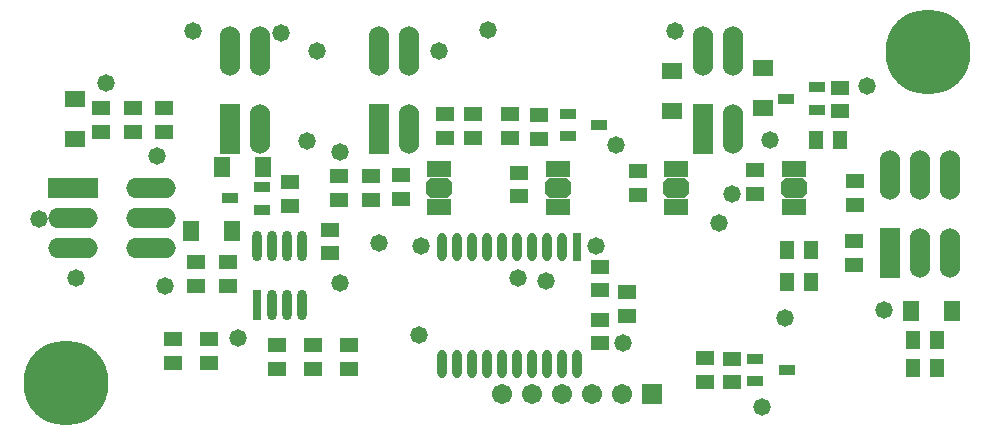
<source format=gts>
%FSLAX25Y25*%
%MOIN*%
G70*
G01*
G75*
G04 Layer_Color=8388736*
%ADD10R,0.05118X0.03937*%
%ADD11R,0.03937X0.05118*%
%ADD12R,0.04921X0.06299*%
%ADD13R,0.06299X0.04921*%
%ADD14R,0.04724X0.02559*%
%ADD15O,0.02362X0.09449*%
%ADD16R,0.02362X0.09449*%
%ADD17O,0.02362X0.08661*%
%ADD18R,0.02362X0.08661*%
%ADD19R,0.07284X0.04724*%
%ADD20O,0.15748X0.05906*%
%ADD21R,0.15748X0.05906*%
%ADD22O,0.15748X0.05906*%
%ADD23O,0.05906X0.15748*%
%ADD24R,0.05906X0.15748*%
%ADD25O,0.05906X0.15748*%
%ADD26C,0.01200*%
%ADD27C,0.03937*%
%ADD28C,0.01000*%
%ADD29C,0.02000*%
%ADD30C,0.03150*%
%ADD31C,0.00472*%
%ADD32C,0.27559*%
%ADD33C,0.05906*%
%ADD34R,0.05906X0.05906*%
G04:AMPARAMS|DCode=35|XSize=78.74mil|YSize=60mil|CornerRadius=0mil|HoleSize=0mil|Usage=FLASHONLY|Rotation=0.000|XOffset=0mil|YOffset=0mil|HoleType=Round|Shape=Octagon|*
%AMOCTAGOND35*
4,1,8,0.03937,-0.01500,0.03937,0.01500,0.02437,0.03000,-0.02437,0.03000,-0.03937,0.01500,-0.03937,-0.01500,-0.02437,-0.03000,0.02437,-0.03000,0.03937,-0.01500,0.0*
%
%ADD35OCTAGOND35*%

%ADD36C,0.05000*%
%ADD37C,0.00787*%
%ADD38C,0.00984*%
%ADD39C,0.00394*%
%ADD40R,0.05918X0.04737*%
%ADD41R,0.04737X0.05918*%
%ADD42R,0.05721X0.07099*%
%ADD43R,0.07099X0.05721*%
%ADD44R,0.05524X0.03359*%
%ADD45O,0.03162X0.10249*%
%ADD46R,0.03162X0.10249*%
%ADD47O,0.03162X0.09461*%
%ADD48R,0.03162X0.09461*%
%ADD49R,0.08083X0.05524*%
%ADD50O,0.16548X0.06706*%
%ADD51R,0.16548X0.06706*%
%ADD52O,0.16548X0.06706*%
%ADD53O,0.06706X0.16548*%
%ADD54R,0.06706X0.16548*%
%ADD55O,0.06706X0.16548*%
%ADD56C,0.28359*%
%ADD57C,0.06706*%
%ADD58R,0.06706X0.06706*%
G04:AMPARAMS|DCode=59|XSize=86.74mil|YSize=68mil|CornerRadius=0mil|HoleSize=0mil|Usage=FLASHONLY|Rotation=0.000|XOffset=0mil|YOffset=0mil|HoleType=Round|Shape=Octagon|*
%AMOCTAGOND59*
4,1,8,0.04337,-0.01700,0.04337,0.01700,0.02637,0.03400,-0.02637,0.03400,-0.04337,0.01700,-0.04337,-0.01700,-0.02637,-0.03400,0.02637,-0.03400,0.04337,-0.01700,0.0*
%
%ADD59OCTAGOND59*%

%ADD60C,0.05800*%
D40*
X191740Y227037D02*
D03*
Y219163D02*
D03*
X104740Y257337D02*
D03*
Y249463D02*
D03*
X49260Y195063D02*
D03*
Y202937D02*
D03*
X96000Y200937D02*
D03*
Y193063D02*
D03*
X84000Y200937D02*
D03*
Y193063D02*
D03*
X57040Y220663D02*
D03*
Y228537D02*
D03*
X67740Y220663D02*
D03*
Y228537D02*
D03*
X25500Y272063D02*
D03*
Y279937D02*
D03*
X191540Y209437D02*
D03*
Y201563D02*
D03*
X149340Y277937D02*
D03*
Y270063D02*
D03*
X243440Y251263D02*
D03*
Y259137D02*
D03*
X140140Y277887D02*
D03*
Y270013D02*
D03*
X204340Y250963D02*
D03*
Y258837D02*
D03*
X164840Y250563D02*
D03*
Y258437D02*
D03*
X125190Y249613D02*
D03*
Y257487D02*
D03*
X276500Y235637D02*
D03*
Y227763D02*
D03*
X226840Y188763D02*
D03*
Y196637D02*
D03*
X161840Y269963D02*
D03*
Y277837D02*
D03*
X235840Y196437D02*
D03*
Y188563D02*
D03*
X171440Y277637D02*
D03*
Y269763D02*
D03*
X101800Y231563D02*
D03*
Y239437D02*
D03*
X88340Y247263D02*
D03*
Y255137D02*
D03*
X271540Y278863D02*
D03*
Y286737D02*
D03*
X276600Y255637D02*
D03*
Y247763D02*
D03*
X115340Y249463D02*
D03*
Y257337D02*
D03*
X61260Y195063D02*
D03*
Y202937D02*
D03*
X108000Y193063D02*
D03*
Y200937D02*
D03*
X46500Y279937D02*
D03*
Y272063D02*
D03*
X36000Y279937D02*
D03*
Y272063D02*
D03*
X200640Y218537D02*
D03*
Y210663D02*
D03*
D41*
X261937Y222000D02*
D03*
X254063D02*
D03*
X261937Y232500D02*
D03*
X254063D02*
D03*
X263763Y269310D02*
D03*
X271637D02*
D03*
X296063Y193200D02*
D03*
X303937D02*
D03*
X296063Y202500D02*
D03*
X303937D02*
D03*
D42*
X68932Y239000D02*
D03*
X55349D02*
D03*
X295409Y212400D02*
D03*
X308991D02*
D03*
X79391Y260300D02*
D03*
X65809D02*
D03*
D43*
X215700Y292391D02*
D03*
Y278809D02*
D03*
X245900Y293391D02*
D03*
Y279809D02*
D03*
X16700Y283091D02*
D03*
Y269509D02*
D03*
D44*
X243516Y188960D02*
D03*
Y196440D02*
D03*
X253965Y192700D02*
D03*
X181016Y270560D02*
D03*
Y278040D02*
D03*
X191465Y274300D02*
D03*
X78924Y253540D02*
D03*
Y246060D02*
D03*
X68476Y249800D02*
D03*
X264065Y286840D02*
D03*
Y279360D02*
D03*
X253616Y283100D02*
D03*
D45*
X92490Y234043D02*
D03*
X87490D02*
D03*
X82490D02*
D03*
X77490D02*
D03*
X92490Y214357D02*
D03*
X87490D02*
D03*
X82490D02*
D03*
D46*
X77490D02*
D03*
D47*
X139140Y233649D02*
D03*
Y194751D02*
D03*
X144140D02*
D03*
Y233649D02*
D03*
X179140D02*
D03*
X174140D02*
D03*
X169140D02*
D03*
X164140D02*
D03*
X159140D02*
D03*
X154140D02*
D03*
X179140Y194751D02*
D03*
X174140D02*
D03*
X169140D02*
D03*
X164140D02*
D03*
X159140D02*
D03*
X154140D02*
D03*
X149140D02*
D03*
X184140D02*
D03*
X149140Y233649D02*
D03*
D48*
X184140D02*
D03*
D49*
X256279Y246941D02*
D03*
Y259539D02*
D03*
X216909Y246941D02*
D03*
Y259539D02*
D03*
X177539Y246941D02*
D03*
Y259539D02*
D03*
X138169Y246941D02*
D03*
Y259539D02*
D03*
D50*
X42050Y253240D02*
D03*
D51*
X15900D02*
D03*
D52*
X42050Y243240D02*
D03*
X15902D02*
D03*
X15903Y233240D02*
D03*
X42052D02*
D03*
D53*
X236000Y272927D02*
D03*
Y299076D02*
D03*
X298300Y257737D02*
D03*
Y231588D02*
D03*
X308300Y231590D02*
D03*
Y257738D02*
D03*
X78300Y272927D02*
D03*
Y299076D02*
D03*
X128000Y272927D02*
D03*
Y299076D02*
D03*
D54*
X226000Y272925D02*
D03*
X288300Y231587D02*
D03*
X68300Y272925D02*
D03*
X118000D02*
D03*
D55*
X226000Y299076D02*
D03*
X288300Y257737D02*
D03*
X68300Y299076D02*
D03*
X118000D02*
D03*
D56*
X301161Y298516D02*
D03*
X13759Y188279D02*
D03*
D57*
X159040Y184500D02*
D03*
X169040D02*
D03*
X179040D02*
D03*
X189040D02*
D03*
X199040D02*
D03*
D58*
X209040D02*
D03*
D59*
X256279Y253240D02*
D03*
X216909D02*
D03*
X177539D02*
D03*
X138169D02*
D03*
D60*
X94000Y269000D02*
D03*
X118000Y235000D02*
D03*
X44000Y264000D02*
D03*
X46737Y220663D02*
D03*
X248500Y269410D02*
D03*
X70940Y203300D02*
D03*
X199340Y201600D02*
D03*
X164340Y223200D02*
D03*
X173740Y222400D02*
D03*
X235540Y251400D02*
D03*
X131340Y204300D02*
D03*
X105040Y265300D02*
D03*
X190440Y234000D02*
D03*
X27140Y288400D02*
D03*
X4600Y243100D02*
D03*
X17100Y223300D02*
D03*
X104970Y221700D02*
D03*
X56100Y305700D02*
D03*
X85400Y304900D02*
D03*
X216600Y305500D02*
D03*
X253500Y210000D02*
D03*
X286300Y212500D02*
D03*
X245600Y180200D02*
D03*
X231400Y241600D02*
D03*
X280800Y287300D02*
D03*
X196900Y267700D02*
D03*
X154500Y306000D02*
D03*
X132000Y233900D02*
D03*
X138000Y299000D02*
D03*
X97500D02*
D03*
M02*

</source>
